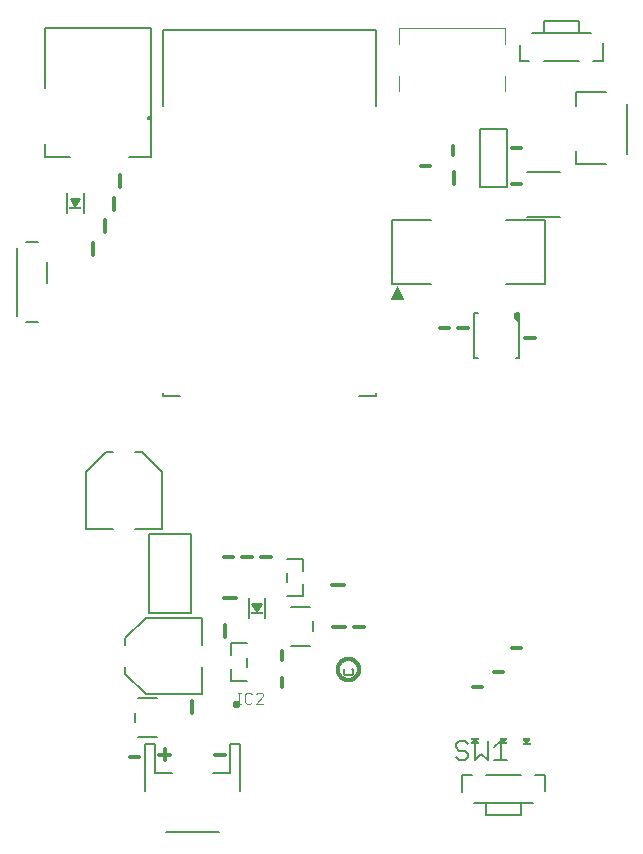
<source format=gbr>
G04 EAGLE Gerber RS-274X export*
G75*
%MOMM*%
%FSLAX34Y34*%
%LPD*%
%INSilkscreen Top*%
%IPPOS*%
%AMOC8*
5,1,8,0,0,1.08239X$1,22.5*%
G01*
%ADD10R,0.762000X0.127000*%
%ADD11C,0.304800*%
%ADD12C,0.203200*%
%ADD13C,0.127000*%
%ADD14R,1.000000X0.200000*%
%ADD15C,0.101600*%
%ADD16C,0.200000*%
%ADD17C,0.152400*%
%ADD18C,0.406400*%
%ADD19C,0.076200*%

G36*
X337528Y457223D02*
X337528Y457223D01*
X337627Y457237D01*
X337638Y457243D01*
X337651Y457245D01*
X337737Y457296D01*
X337824Y457343D01*
X337833Y457353D01*
X337844Y457360D01*
X337907Y457437D01*
X337973Y457512D01*
X337977Y457524D01*
X337985Y457534D01*
X338017Y457628D01*
X338053Y457721D01*
X338053Y457734D01*
X338057Y457746D01*
X338054Y457845D01*
X338055Y457945D01*
X338051Y457959D01*
X338051Y457971D01*
X338033Y458014D01*
X337997Y458124D01*
X332997Y468124D01*
X332971Y468159D01*
X332952Y468200D01*
X332904Y468249D01*
X332863Y468303D01*
X332826Y468328D01*
X332794Y468359D01*
X332732Y468388D01*
X332675Y468425D01*
X332631Y468435D01*
X332591Y468454D01*
X332523Y468459D01*
X332456Y468474D01*
X332411Y468468D01*
X332367Y468471D01*
X332301Y468452D01*
X332233Y468443D01*
X332194Y468422D01*
X332151Y468410D01*
X332096Y468369D01*
X332036Y468337D01*
X332006Y468303D01*
X331970Y468277D01*
X331921Y468206D01*
X331887Y468168D01*
X331879Y468147D01*
X331863Y468124D01*
X326863Y458124D01*
X326835Y458028D01*
X326803Y457934D01*
X326803Y457921D01*
X326799Y457908D01*
X326806Y457809D01*
X326809Y457709D01*
X326814Y457698D01*
X326815Y457685D01*
X326856Y457594D01*
X326894Y457502D01*
X326902Y457492D01*
X326908Y457480D01*
X326978Y457409D01*
X327045Y457336D01*
X327057Y457330D01*
X327066Y457321D01*
X327156Y457279D01*
X327245Y457233D01*
X327259Y457231D01*
X327269Y457226D01*
X327316Y457223D01*
X327430Y457206D01*
X337430Y457206D01*
X337528Y457223D01*
G37*
G36*
X435652Y437527D02*
X435652Y437527D01*
X435741Y437529D01*
X435763Y437538D01*
X435786Y437541D01*
X435866Y437580D01*
X435948Y437614D01*
X435966Y437630D01*
X435987Y437640D01*
X436048Y437705D01*
X436114Y437765D01*
X436125Y437786D01*
X436141Y437803D01*
X436176Y437885D01*
X436217Y437965D01*
X436220Y437991D01*
X436229Y438010D01*
X436231Y438060D01*
X436244Y438150D01*
X436244Y445770D01*
X436233Y445835D01*
X436231Y445901D01*
X436213Y445944D01*
X436205Y445991D01*
X436171Y446048D01*
X436146Y446108D01*
X436115Y446143D01*
X436090Y446184D01*
X436039Y446226D01*
X435995Y446274D01*
X435953Y446296D01*
X435916Y446325D01*
X435854Y446346D01*
X435795Y446377D01*
X435741Y446385D01*
X435704Y446397D01*
X435664Y446396D01*
X435610Y446404D01*
X431800Y446404D01*
X431735Y446393D01*
X431669Y446391D01*
X431626Y446373D01*
X431579Y446365D01*
X431522Y446331D01*
X431462Y446306D01*
X431427Y446275D01*
X431386Y446250D01*
X431345Y446199D01*
X431296Y446155D01*
X431274Y446113D01*
X431245Y446076D01*
X431224Y446014D01*
X431193Y445955D01*
X431185Y445901D01*
X431173Y445864D01*
X431173Y445855D01*
X431174Y445823D01*
X431166Y445770D01*
X431166Y441960D01*
X431173Y441918D01*
X431171Y441876D01*
X431183Y441838D01*
X431184Y441825D01*
X431195Y441798D01*
X431205Y441739D01*
X431227Y441703D01*
X431240Y441662D01*
X431262Y441633D01*
X431268Y441617D01*
X431295Y441588D01*
X431320Y441546D01*
X431336Y441533D01*
X431352Y441512D01*
X435162Y437702D01*
X435235Y437651D01*
X435304Y437595D01*
X435326Y437587D01*
X435346Y437573D01*
X435432Y437551D01*
X435516Y437523D01*
X435540Y437523D01*
X435563Y437518D01*
X435652Y437527D01*
G37*
G36*
X59806Y537110D02*
X59806Y537110D01*
X59833Y537110D01*
X59944Y537142D01*
X60057Y537168D01*
X60080Y537181D01*
X60106Y537189D01*
X60204Y537251D01*
X60305Y537307D01*
X60321Y537325D01*
X60346Y537340D01*
X60531Y537548D01*
X60535Y537552D01*
X62535Y540552D01*
X62566Y540616D01*
X62606Y540676D01*
X62627Y540744D01*
X62658Y540808D01*
X62670Y540879D01*
X62691Y540947D01*
X62693Y541018D01*
X62705Y541089D01*
X62697Y541160D01*
X62699Y541231D01*
X62681Y541300D01*
X62672Y541371D01*
X62645Y541437D01*
X62627Y541506D01*
X62590Y541567D01*
X62563Y541633D01*
X62518Y541689D01*
X62482Y541751D01*
X62430Y541800D01*
X62385Y541855D01*
X62327Y541896D01*
X62274Y541945D01*
X62211Y541978D01*
X62153Y542019D01*
X62085Y542042D01*
X62021Y542075D01*
X61962Y542085D01*
X61884Y542112D01*
X61765Y542118D01*
X61690Y542130D01*
X57690Y542130D01*
X57619Y542120D01*
X57547Y542120D01*
X57479Y542100D01*
X57409Y542090D01*
X57343Y542061D01*
X57274Y542041D01*
X57214Y542003D01*
X57149Y541974D01*
X57094Y541928D01*
X57034Y541890D01*
X56986Y541837D01*
X56932Y541791D01*
X56892Y541731D01*
X56845Y541677D01*
X56814Y541613D01*
X56775Y541554D01*
X56753Y541486D01*
X56722Y541421D01*
X56710Y541351D01*
X56689Y541283D01*
X56687Y541211D01*
X56675Y541141D01*
X56683Y541070D01*
X56681Y540999D01*
X56700Y540929D01*
X56708Y540858D01*
X56733Y540803D01*
X56753Y540724D01*
X56814Y540621D01*
X56845Y540552D01*
X58845Y537552D01*
X58922Y537465D01*
X58995Y537375D01*
X59017Y537360D01*
X59035Y537340D01*
X59132Y537278D01*
X59227Y537211D01*
X59253Y537203D01*
X59275Y537188D01*
X59386Y537156D01*
X59496Y537118D01*
X59523Y537117D01*
X59548Y537110D01*
X59664Y537110D01*
X59780Y537104D01*
X59806Y537110D01*
G37*
G36*
X213476Y194210D02*
X213476Y194210D01*
X213503Y194210D01*
X213614Y194242D01*
X213727Y194268D01*
X213750Y194281D01*
X213776Y194289D01*
X213874Y194351D01*
X213975Y194407D01*
X213991Y194425D01*
X214016Y194440D01*
X214201Y194648D01*
X214205Y194652D01*
X216205Y197652D01*
X216236Y197716D01*
X216276Y197776D01*
X216297Y197844D01*
X216328Y197908D01*
X216340Y197979D01*
X216361Y198047D01*
X216363Y198118D01*
X216375Y198189D01*
X216367Y198260D01*
X216369Y198331D01*
X216351Y198400D01*
X216342Y198471D01*
X216315Y198537D01*
X216297Y198606D01*
X216260Y198667D01*
X216233Y198733D01*
X216188Y198789D01*
X216152Y198851D01*
X216100Y198900D01*
X216055Y198955D01*
X215997Y198996D01*
X215944Y199045D01*
X215881Y199078D01*
X215823Y199119D01*
X215755Y199142D01*
X215691Y199175D01*
X215632Y199185D01*
X215554Y199212D01*
X215435Y199218D01*
X215360Y199230D01*
X211360Y199230D01*
X211289Y199220D01*
X211217Y199220D01*
X211149Y199200D01*
X211079Y199190D01*
X211013Y199161D01*
X210944Y199141D01*
X210884Y199103D01*
X210819Y199074D01*
X210764Y199028D01*
X210704Y198990D01*
X210656Y198937D01*
X210602Y198891D01*
X210562Y198831D01*
X210515Y198777D01*
X210484Y198713D01*
X210445Y198654D01*
X210423Y198586D01*
X210392Y198521D01*
X210380Y198451D01*
X210359Y198383D01*
X210357Y198311D01*
X210345Y198241D01*
X210353Y198170D01*
X210351Y198099D01*
X210370Y198029D01*
X210378Y197958D01*
X210403Y197903D01*
X210423Y197824D01*
X210484Y197721D01*
X210515Y197652D01*
X212515Y194652D01*
X212592Y194565D01*
X212665Y194475D01*
X212687Y194460D01*
X212705Y194440D01*
X212802Y194378D01*
X212897Y194311D01*
X212923Y194303D01*
X212945Y194288D01*
X213056Y194256D01*
X213166Y194218D01*
X213193Y194217D01*
X213218Y194210D01*
X213334Y194210D01*
X213450Y194204D01*
X213476Y194210D01*
G37*
G36*
X422187Y81793D02*
X422187Y81793D01*
X422207Y81791D01*
X422308Y81816D01*
X422410Y81835D01*
X422427Y81845D01*
X422446Y81849D01*
X422534Y81905D01*
X422624Y81956D01*
X422641Y81973D01*
X422654Y81981D01*
X422674Y82006D01*
X422742Y82074D01*
X425282Y85249D01*
X425297Y85275D01*
X425318Y85297D01*
X425357Y85382D01*
X425403Y85464D01*
X425409Y85493D01*
X425421Y85520D01*
X425431Y85613D01*
X425449Y85705D01*
X425445Y85735D01*
X425448Y85764D01*
X425428Y85856D01*
X425416Y85949D01*
X425402Y85976D01*
X425396Y86005D01*
X425348Y86085D01*
X425306Y86169D01*
X425285Y86190D01*
X425270Y86216D01*
X425198Y86277D01*
X425132Y86343D01*
X425106Y86356D01*
X425083Y86376D01*
X424996Y86411D01*
X424912Y86453D01*
X424882Y86457D01*
X424855Y86468D01*
X424688Y86486D01*
X419608Y86486D01*
X419579Y86481D01*
X419549Y86484D01*
X419458Y86462D01*
X419365Y86447D01*
X419339Y86433D01*
X419310Y86426D01*
X419231Y86375D01*
X419148Y86331D01*
X419127Y86310D01*
X419102Y86294D01*
X419043Y86221D01*
X418979Y86153D01*
X418966Y86126D01*
X418947Y86103D01*
X418914Y86015D01*
X418875Y85930D01*
X418872Y85900D01*
X418861Y85873D01*
X418858Y85779D01*
X418848Y85686D01*
X418854Y85656D01*
X418853Y85627D01*
X418880Y85537D01*
X418900Y85445D01*
X418915Y85420D01*
X418924Y85391D01*
X419014Y85249D01*
X421554Y82074D01*
X421631Y82005D01*
X421704Y81932D01*
X421722Y81923D01*
X421736Y81910D01*
X421832Y81868D01*
X421924Y81822D01*
X421944Y81820D01*
X421962Y81812D01*
X422065Y81803D01*
X422168Y81789D01*
X422187Y81793D01*
G37*
G36*
X441745Y81285D02*
X441745Y81285D01*
X441765Y81283D01*
X441866Y81308D01*
X441968Y81327D01*
X441985Y81337D01*
X442004Y81341D01*
X442092Y81397D01*
X442182Y81448D01*
X442199Y81465D01*
X442212Y81473D01*
X442232Y81498D01*
X442300Y81566D01*
X444840Y84741D01*
X444855Y84767D01*
X444876Y84789D01*
X444915Y84874D01*
X444961Y84956D01*
X444967Y84985D01*
X444979Y85012D01*
X444989Y85105D01*
X445007Y85197D01*
X445003Y85227D01*
X445006Y85256D01*
X444986Y85348D01*
X444974Y85441D01*
X444960Y85468D01*
X444954Y85497D01*
X444906Y85577D01*
X444864Y85661D01*
X444843Y85682D01*
X444828Y85708D01*
X444756Y85769D01*
X444690Y85835D01*
X444664Y85848D01*
X444641Y85868D01*
X444554Y85903D01*
X444470Y85945D01*
X444440Y85949D01*
X444413Y85960D01*
X444246Y85978D01*
X439166Y85978D01*
X439137Y85973D01*
X439107Y85976D01*
X439016Y85954D01*
X438923Y85939D01*
X438897Y85925D01*
X438868Y85918D01*
X438789Y85867D01*
X438706Y85823D01*
X438685Y85802D01*
X438660Y85786D01*
X438601Y85713D01*
X438537Y85645D01*
X438524Y85618D01*
X438505Y85595D01*
X438472Y85507D01*
X438433Y85422D01*
X438430Y85392D01*
X438419Y85365D01*
X438416Y85271D01*
X438406Y85178D01*
X438412Y85148D01*
X438411Y85119D01*
X438438Y85029D01*
X438458Y84937D01*
X438473Y84912D01*
X438482Y84883D01*
X438572Y84741D01*
X441112Y81566D01*
X441189Y81497D01*
X441262Y81424D01*
X441280Y81415D01*
X441294Y81402D01*
X441390Y81360D01*
X441482Y81314D01*
X441502Y81312D01*
X441520Y81304D01*
X441623Y81295D01*
X441726Y81281D01*
X441745Y81285D01*
G37*
G36*
X400714Y81032D02*
X400714Y81032D01*
X400744Y81029D01*
X400835Y81051D01*
X400928Y81067D01*
X400954Y81080D01*
X400983Y81087D01*
X401062Y81138D01*
X401145Y81182D01*
X401166Y81203D01*
X401191Y81219D01*
X401250Y81292D01*
X401315Y81360D01*
X401327Y81387D01*
X401346Y81410D01*
X401379Y81498D01*
X401418Y81583D01*
X401421Y81613D01*
X401432Y81640D01*
X401435Y81734D01*
X401445Y81827D01*
X401439Y81857D01*
X401440Y81886D01*
X401413Y81976D01*
X401393Y82068D01*
X401378Y82093D01*
X401369Y82122D01*
X401279Y82264D01*
X398739Y85439D01*
X398662Y85508D01*
X398589Y85581D01*
X398572Y85590D01*
X398557Y85603D01*
X398461Y85645D01*
X398369Y85691D01*
X398349Y85693D01*
X398331Y85701D01*
X398228Y85710D01*
X398125Y85724D01*
X398106Y85720D01*
X398086Y85722D01*
X397985Y85697D01*
X397883Y85678D01*
X397866Y85668D01*
X397847Y85664D01*
X397760Y85608D01*
X397669Y85557D01*
X397652Y85540D01*
X397639Y85532D01*
X397619Y85507D01*
X397551Y85439D01*
X395011Y82264D01*
X394996Y82238D01*
X394976Y82216D01*
X394936Y82131D01*
X394890Y82049D01*
X394884Y82020D01*
X394872Y81993D01*
X394862Y81900D01*
X394844Y81808D01*
X394848Y81778D01*
X394845Y81749D01*
X394865Y81657D01*
X394878Y81564D01*
X394891Y81537D01*
X394897Y81508D01*
X394945Y81428D01*
X394987Y81344D01*
X395008Y81323D01*
X395023Y81297D01*
X395095Y81236D01*
X395161Y81170D01*
X395187Y81157D01*
X395210Y81137D01*
X395297Y81102D01*
X395381Y81060D01*
X395411Y81056D01*
X395438Y81045D01*
X395605Y81027D01*
X400685Y81027D01*
X400714Y81032D01*
G37*
D10*
X441706Y81407D03*
X422148Y81915D03*
D11*
X380365Y555625D02*
X380365Y565785D01*
D12*
X424885Y552715D02*
X424885Y601715D01*
X424885Y552715D02*
X401885Y552715D01*
X401885Y601715D01*
X424885Y601715D01*
D11*
X429070Y554990D02*
X437070Y554990D01*
X437070Y162433D02*
X429070Y162433D01*
X421830Y142113D02*
X413830Y142113D01*
X281850Y144145D02*
X281853Y144365D01*
X281861Y144586D01*
X281874Y144806D01*
X281893Y145025D01*
X281918Y145244D01*
X281947Y145463D01*
X281982Y145680D01*
X282023Y145897D01*
X282068Y146113D01*
X282119Y146327D01*
X282175Y146540D01*
X282237Y146752D01*
X282303Y146962D01*
X282375Y147170D01*
X282452Y147377D01*
X282534Y147581D01*
X282620Y147784D01*
X282712Y147984D01*
X282809Y148183D01*
X282910Y148378D01*
X283017Y148571D01*
X283128Y148762D01*
X283243Y148949D01*
X283363Y149134D01*
X283488Y149316D01*
X283617Y149494D01*
X283751Y149670D01*
X283888Y149842D01*
X284030Y150010D01*
X284176Y150176D01*
X284326Y150337D01*
X284480Y150495D01*
X284638Y150649D01*
X284799Y150799D01*
X284965Y150945D01*
X285133Y151087D01*
X285305Y151224D01*
X285481Y151358D01*
X285659Y151487D01*
X285841Y151612D01*
X286026Y151732D01*
X286213Y151847D01*
X286404Y151958D01*
X286597Y152065D01*
X286792Y152166D01*
X286991Y152263D01*
X287191Y152355D01*
X287394Y152441D01*
X287598Y152523D01*
X287805Y152600D01*
X288013Y152672D01*
X288223Y152738D01*
X288435Y152800D01*
X288648Y152856D01*
X288862Y152907D01*
X289078Y152952D01*
X289295Y152993D01*
X289512Y153028D01*
X289731Y153057D01*
X289950Y153082D01*
X290169Y153101D01*
X290389Y153114D01*
X290610Y153122D01*
X290830Y153125D01*
X291050Y153122D01*
X291271Y153114D01*
X291491Y153101D01*
X291710Y153082D01*
X291929Y153057D01*
X292148Y153028D01*
X292365Y152993D01*
X292582Y152952D01*
X292798Y152907D01*
X293012Y152856D01*
X293225Y152800D01*
X293437Y152738D01*
X293647Y152672D01*
X293855Y152600D01*
X294062Y152523D01*
X294266Y152441D01*
X294469Y152355D01*
X294669Y152263D01*
X294868Y152166D01*
X295063Y152065D01*
X295256Y151958D01*
X295447Y151847D01*
X295634Y151732D01*
X295819Y151612D01*
X296001Y151487D01*
X296179Y151358D01*
X296355Y151224D01*
X296527Y151087D01*
X296695Y150945D01*
X296861Y150799D01*
X297022Y150649D01*
X297180Y150495D01*
X297334Y150337D01*
X297484Y150176D01*
X297630Y150010D01*
X297772Y149842D01*
X297909Y149670D01*
X298043Y149494D01*
X298172Y149316D01*
X298297Y149134D01*
X298417Y148949D01*
X298532Y148762D01*
X298643Y148571D01*
X298750Y148378D01*
X298851Y148183D01*
X298948Y147984D01*
X299040Y147784D01*
X299126Y147581D01*
X299208Y147377D01*
X299285Y147170D01*
X299357Y146962D01*
X299423Y146752D01*
X299485Y146540D01*
X299541Y146327D01*
X299592Y146113D01*
X299637Y145897D01*
X299678Y145680D01*
X299713Y145463D01*
X299742Y145244D01*
X299767Y145025D01*
X299786Y144806D01*
X299799Y144586D01*
X299807Y144365D01*
X299810Y144145D01*
X299807Y143925D01*
X299799Y143704D01*
X299786Y143484D01*
X299767Y143265D01*
X299742Y143046D01*
X299713Y142827D01*
X299678Y142610D01*
X299637Y142393D01*
X299592Y142177D01*
X299541Y141963D01*
X299485Y141750D01*
X299423Y141538D01*
X299357Y141328D01*
X299285Y141120D01*
X299208Y140913D01*
X299126Y140709D01*
X299040Y140506D01*
X298948Y140306D01*
X298851Y140107D01*
X298750Y139912D01*
X298643Y139719D01*
X298532Y139528D01*
X298417Y139341D01*
X298297Y139156D01*
X298172Y138974D01*
X298043Y138796D01*
X297909Y138620D01*
X297772Y138448D01*
X297630Y138280D01*
X297484Y138114D01*
X297334Y137953D01*
X297180Y137795D01*
X297022Y137641D01*
X296861Y137491D01*
X296695Y137345D01*
X296527Y137203D01*
X296355Y137066D01*
X296179Y136932D01*
X296001Y136803D01*
X295819Y136678D01*
X295634Y136558D01*
X295447Y136443D01*
X295256Y136332D01*
X295063Y136225D01*
X294868Y136124D01*
X294669Y136027D01*
X294469Y135935D01*
X294266Y135849D01*
X294062Y135767D01*
X293855Y135690D01*
X293647Y135618D01*
X293437Y135552D01*
X293225Y135490D01*
X293012Y135434D01*
X292798Y135383D01*
X292582Y135338D01*
X292365Y135297D01*
X292148Y135262D01*
X291929Y135233D01*
X291710Y135208D01*
X291491Y135189D01*
X291271Y135176D01*
X291050Y135168D01*
X290830Y135165D01*
X290610Y135168D01*
X290389Y135176D01*
X290169Y135189D01*
X289950Y135208D01*
X289731Y135233D01*
X289512Y135262D01*
X289295Y135297D01*
X289078Y135338D01*
X288862Y135383D01*
X288648Y135434D01*
X288435Y135490D01*
X288223Y135552D01*
X288013Y135618D01*
X287805Y135690D01*
X287598Y135767D01*
X287394Y135849D01*
X287191Y135935D01*
X286991Y136027D01*
X286792Y136124D01*
X286597Y136225D01*
X286404Y136332D01*
X286213Y136443D01*
X286026Y136558D01*
X285841Y136678D01*
X285659Y136803D01*
X285481Y136932D01*
X285305Y137066D01*
X285133Y137203D01*
X284965Y137345D01*
X284799Y137491D01*
X284638Y137641D01*
X284480Y137795D01*
X284326Y137953D01*
X284176Y138114D01*
X284030Y138280D01*
X283888Y138448D01*
X283751Y138620D01*
X283617Y138796D01*
X283488Y138974D01*
X283363Y139156D01*
X283243Y139341D01*
X283128Y139528D01*
X283017Y139719D01*
X282910Y139912D01*
X282809Y140107D01*
X282712Y140306D01*
X282620Y140506D01*
X282534Y140709D01*
X282452Y140913D01*
X282375Y141120D01*
X282303Y141328D01*
X282237Y141538D01*
X282175Y141750D01*
X282119Y141963D01*
X282068Y142177D01*
X282023Y142393D01*
X281982Y142610D01*
X281947Y142827D01*
X281918Y143046D01*
X281893Y143265D01*
X281874Y143484D01*
X281861Y143704D01*
X281853Y143925D01*
X281850Y144145D01*
D12*
X286759Y143429D02*
X288115Y144785D01*
X286759Y143429D02*
X286759Y140718D01*
X288115Y139362D01*
X293538Y139362D01*
X294894Y140718D01*
X294894Y143429D01*
X293538Y144785D01*
X27860Y506440D02*
X17860Y506440D01*
X17860Y438440D02*
X27860Y438440D01*
X35860Y471440D02*
X35860Y489440D01*
X9860Y501440D02*
X9860Y443440D01*
D13*
X327430Y524840D02*
X360430Y524840D01*
X327430Y524840D02*
X327430Y470840D01*
X360430Y470840D01*
X424430Y524840D02*
X457430Y524840D01*
X457430Y470840D01*
X424430Y470840D01*
D12*
X128650Y87005D02*
X112650Y87005D01*
X112650Y120005D02*
X128650Y120005D01*
X110150Y107505D02*
X110150Y99505D01*
D10*
X398145Y85598D03*
D11*
X396050Y129413D02*
X404050Y129413D01*
X158750Y117475D02*
X158750Y107315D01*
X113855Y69850D02*
X105855Y69850D01*
X186690Y172085D02*
X186690Y182245D01*
X277495Y180340D02*
X287655Y180340D01*
D12*
X258190Y197475D02*
X242190Y197475D01*
X242190Y164475D02*
X258190Y164475D01*
X260690Y176975D02*
X260690Y184975D01*
X181250Y6195D02*
X136250Y6195D01*
X118750Y41195D02*
X118750Y81195D01*
X127250Y81195D01*
X127250Y56195D01*
X141250Y56195D01*
X176250Y56195D02*
X190250Y56195D01*
X190250Y81195D01*
X198750Y81195D01*
X198750Y41195D01*
D11*
X139700Y71755D02*
X130810Y71755D01*
X135255Y67310D02*
X135255Y76835D01*
X177800Y71755D02*
X186690Y71755D01*
X234315Y152210D02*
X234315Y160210D01*
X429070Y586105D02*
X437070Y586105D01*
D12*
X206360Y204945D02*
X206360Y187485D01*
X220360Y187485D02*
X220360Y204945D01*
X209360Y199215D02*
X213360Y193215D01*
X209360Y199215D02*
X217360Y199215D01*
X213360Y193215D01*
D14*
X213360Y192215D03*
D12*
X204644Y134771D02*
X191516Y134771D01*
X191516Y144859D01*
X191516Y166219D02*
X204644Y166219D01*
X191516Y166219D02*
X191516Y156131D01*
X204724Y154219D02*
X204724Y146631D01*
D11*
X234315Y137350D02*
X234315Y129350D01*
D13*
X432560Y445720D02*
X435560Y445720D01*
X435560Y407720D01*
X432560Y407720D01*
X400560Y445720D02*
X397560Y445720D01*
X397560Y407720D01*
X400560Y407720D01*
D11*
X440500Y424815D02*
X448500Y424815D01*
X195580Y205105D02*
X185420Y205105D01*
D12*
X91465Y263410D02*
X68465Y263410D01*
X68465Y311410D01*
X85465Y328410D01*
X91465Y328410D01*
X110465Y328410D02*
X116465Y328410D01*
X133465Y311410D01*
X133465Y263410D01*
X110465Y263410D01*
X167120Y146075D02*
X167120Y123075D01*
X119120Y123075D01*
X102120Y140075D01*
X102120Y146075D01*
X102120Y165075D02*
X102120Y171075D01*
X119120Y188075D01*
X167120Y188075D01*
X167120Y165075D01*
X52690Y530385D02*
X52690Y547845D01*
X66690Y547845D02*
X66690Y530385D01*
X59690Y536115D02*
X55690Y542115D01*
X63690Y542115D01*
X59690Y536115D01*
D14*
X59690Y535115D03*
D12*
X121700Y191925D02*
X157700Y191925D01*
X157700Y258925D02*
X121700Y258925D01*
X121700Y191925D01*
X157700Y192645D02*
X157700Y232665D01*
X157700Y233425D02*
X157700Y258205D01*
D11*
X185230Y239395D02*
X193230Y239395D01*
D12*
X54740Y578090D02*
X33740Y578090D01*
X33740Y636090D02*
X33740Y687090D01*
X33740Y589090D02*
X33740Y578090D01*
X123740Y578090D02*
X123740Y687090D01*
X123740Y578090D02*
X104740Y578090D01*
X123740Y687090D02*
X33740Y687090D01*
D11*
X276860Y215900D02*
X287020Y215900D01*
X295720Y180340D02*
X303720Y180340D01*
D15*
X423160Y633570D02*
X423160Y647070D01*
X333760Y647070D02*
X333760Y633570D01*
X333760Y687070D02*
X423160Y687070D01*
X423160Y673570D01*
X333760Y673570D02*
X333760Y687070D01*
D11*
X352235Y570230D02*
X360235Y570230D01*
X379095Y579565D02*
X379095Y587565D01*
D12*
X252349Y237974D02*
X239221Y237974D01*
X252349Y237974D02*
X252349Y227886D01*
X252349Y206526D02*
X239221Y206526D01*
X252349Y206526D02*
X252349Y216614D01*
X239141Y218526D02*
X239141Y226114D01*
D11*
X209105Y239395D02*
X201105Y239395D01*
X216980Y239395D02*
X224980Y239395D01*
D16*
X121155Y610860D02*
X121157Y610923D01*
X121163Y610985D01*
X121173Y611047D01*
X121186Y611109D01*
X121204Y611169D01*
X121225Y611228D01*
X121250Y611286D01*
X121279Y611342D01*
X121311Y611396D01*
X121346Y611448D01*
X121384Y611497D01*
X121426Y611545D01*
X121470Y611589D01*
X121518Y611631D01*
X121567Y611669D01*
X121619Y611704D01*
X121673Y611736D01*
X121729Y611765D01*
X121787Y611790D01*
X121846Y611811D01*
X121906Y611829D01*
X121968Y611842D01*
X122030Y611852D01*
X122092Y611858D01*
X122155Y611860D01*
X122218Y611858D01*
X122280Y611852D01*
X122342Y611842D01*
X122404Y611829D01*
X122464Y611811D01*
X122523Y611790D01*
X122581Y611765D01*
X122637Y611736D01*
X122691Y611704D01*
X122743Y611669D01*
X122792Y611631D01*
X122840Y611589D01*
X122884Y611545D01*
X122926Y611497D01*
X122964Y611448D01*
X122999Y611396D01*
X123031Y611342D01*
X123060Y611286D01*
X123085Y611228D01*
X123106Y611169D01*
X123124Y611109D01*
X123137Y611047D01*
X123147Y610985D01*
X123153Y610923D01*
X123155Y610860D01*
X123153Y610797D01*
X123147Y610735D01*
X123137Y610673D01*
X123124Y610611D01*
X123106Y610551D01*
X123085Y610492D01*
X123060Y610434D01*
X123031Y610378D01*
X122999Y610324D01*
X122964Y610272D01*
X122926Y610223D01*
X122884Y610175D01*
X122840Y610131D01*
X122792Y610089D01*
X122743Y610051D01*
X122691Y610016D01*
X122637Y609984D01*
X122581Y609955D01*
X122523Y609930D01*
X122464Y609909D01*
X122404Y609891D01*
X122342Y609878D01*
X122280Y609868D01*
X122218Y609862D01*
X122155Y609860D01*
X122092Y609862D01*
X122030Y609868D01*
X121968Y609878D01*
X121906Y609891D01*
X121846Y609909D01*
X121787Y609930D01*
X121729Y609955D01*
X121673Y609984D01*
X121619Y610016D01*
X121567Y610051D01*
X121518Y610089D01*
X121470Y610131D01*
X121426Y610175D01*
X121384Y610223D01*
X121346Y610272D01*
X121311Y610324D01*
X121279Y610378D01*
X121250Y610434D01*
X121225Y610492D01*
X121204Y610551D01*
X121186Y610611D01*
X121173Y610673D01*
X121163Y610735D01*
X121157Y610797D01*
X121155Y610860D01*
D13*
X134155Y377860D02*
X134155Y375860D01*
X148655Y375860D01*
X299655Y375860D02*
X314155Y375860D01*
X314155Y377860D01*
X134155Y620860D02*
X134155Y685860D01*
X314155Y685860D01*
X314155Y620860D01*
D11*
X383985Y433705D02*
X391985Y433705D01*
X376110Y433705D02*
X368110Y433705D01*
X97790Y552450D02*
X97790Y562610D01*
X92710Y543560D02*
X92710Y533400D01*
X85090Y524510D02*
X85090Y514350D01*
X74930Y505460D02*
X74930Y495300D01*
D17*
X483320Y571980D02*
X509320Y571980D01*
X483320Y571980D02*
X483320Y582980D01*
X483320Y620980D02*
X483320Y632980D01*
X509320Y632980D01*
X526320Y622980D02*
X526320Y580980D01*
X506170Y659290D02*
X506170Y674290D01*
X506170Y659290D02*
X498170Y659290D01*
X486170Y659290D02*
X456170Y659290D01*
X444170Y659290D02*
X436170Y659290D01*
X436170Y673290D01*
X486170Y683290D02*
X496170Y683290D01*
X486170Y683290D02*
X456170Y683290D01*
X446170Y683290D01*
X486170Y683290D02*
X486170Y693290D01*
X456170Y693290D01*
X456170Y683290D01*
D12*
X469930Y565100D02*
X441930Y565100D01*
X441930Y527100D02*
X469930Y527100D01*
D17*
X387148Y55085D02*
X387148Y40085D01*
X387148Y55085D02*
X395148Y55085D01*
X407148Y55085D02*
X437148Y55085D01*
X449148Y55085D02*
X457148Y55085D01*
X457148Y41085D01*
X407148Y31085D02*
X397148Y31085D01*
X407148Y31085D02*
X437148Y31085D01*
X447148Y31085D01*
X407148Y31085D02*
X407148Y21085D01*
X437148Y21085D01*
X437148Y31085D01*
X392447Y80895D02*
X389735Y83607D01*
X384312Y83607D01*
X381600Y80895D01*
X381600Y78184D01*
X384312Y75472D01*
X389735Y75472D01*
X392447Y72760D01*
X392447Y70049D01*
X389735Y67337D01*
X384312Y67337D01*
X381600Y70049D01*
X397972Y67337D02*
X397972Y83607D01*
X403395Y72760D02*
X397972Y67337D01*
X403395Y72760D02*
X408818Y67337D01*
X408818Y83607D01*
X414343Y78184D02*
X419766Y83607D01*
X419766Y67337D01*
X414343Y67337D02*
X425190Y67337D01*
D18*
X194630Y114790D02*
X194632Y114853D01*
X194638Y114915D01*
X194648Y114977D01*
X194661Y115039D01*
X194679Y115099D01*
X194700Y115158D01*
X194725Y115216D01*
X194754Y115272D01*
X194786Y115326D01*
X194821Y115378D01*
X194859Y115427D01*
X194901Y115475D01*
X194945Y115519D01*
X194993Y115561D01*
X195042Y115599D01*
X195094Y115634D01*
X195148Y115666D01*
X195204Y115695D01*
X195262Y115720D01*
X195321Y115741D01*
X195381Y115759D01*
X195443Y115772D01*
X195505Y115782D01*
X195567Y115788D01*
X195630Y115790D01*
X195693Y115788D01*
X195755Y115782D01*
X195817Y115772D01*
X195879Y115759D01*
X195939Y115741D01*
X195998Y115720D01*
X196056Y115695D01*
X196112Y115666D01*
X196166Y115634D01*
X196218Y115599D01*
X196267Y115561D01*
X196315Y115519D01*
X196359Y115475D01*
X196401Y115427D01*
X196439Y115378D01*
X196474Y115326D01*
X196506Y115272D01*
X196535Y115216D01*
X196560Y115158D01*
X196581Y115099D01*
X196599Y115039D01*
X196612Y114977D01*
X196622Y114915D01*
X196628Y114853D01*
X196630Y114790D01*
X196628Y114727D01*
X196622Y114665D01*
X196612Y114603D01*
X196599Y114541D01*
X196581Y114481D01*
X196560Y114422D01*
X196535Y114364D01*
X196506Y114308D01*
X196474Y114254D01*
X196439Y114202D01*
X196401Y114153D01*
X196359Y114105D01*
X196315Y114061D01*
X196267Y114019D01*
X196218Y113981D01*
X196166Y113946D01*
X196112Y113914D01*
X196056Y113885D01*
X195998Y113860D01*
X195939Y113839D01*
X195879Y113821D01*
X195817Y113808D01*
X195755Y113798D01*
X195693Y113792D01*
X195630Y113790D01*
X195567Y113792D01*
X195505Y113798D01*
X195443Y113808D01*
X195381Y113821D01*
X195321Y113839D01*
X195262Y113860D01*
X195204Y113885D01*
X195148Y113914D01*
X195094Y113946D01*
X195042Y113981D01*
X194993Y114019D01*
X194945Y114061D01*
X194901Y114105D01*
X194859Y114153D01*
X194821Y114202D01*
X194786Y114254D01*
X194754Y114308D01*
X194725Y114364D01*
X194700Y114422D01*
X194679Y114481D01*
X194661Y114541D01*
X194648Y114603D01*
X194638Y114665D01*
X194632Y114727D01*
X194630Y114790D01*
D19*
X197011Y115171D02*
X200146Y115171D01*
X198579Y115171D02*
X198579Y124577D01*
X200146Y124577D02*
X197011Y124577D01*
X207951Y124577D02*
X209518Y123009D01*
X207951Y124577D02*
X204815Y124577D01*
X203248Y123009D01*
X203248Y116739D01*
X204815Y115171D01*
X207951Y115171D01*
X209518Y116739D01*
X212603Y115171D02*
X218874Y115171D01*
X212603Y115171D02*
X218874Y121442D01*
X218874Y123009D01*
X217306Y124577D01*
X214171Y124577D01*
X212603Y123009D01*
M02*

</source>
